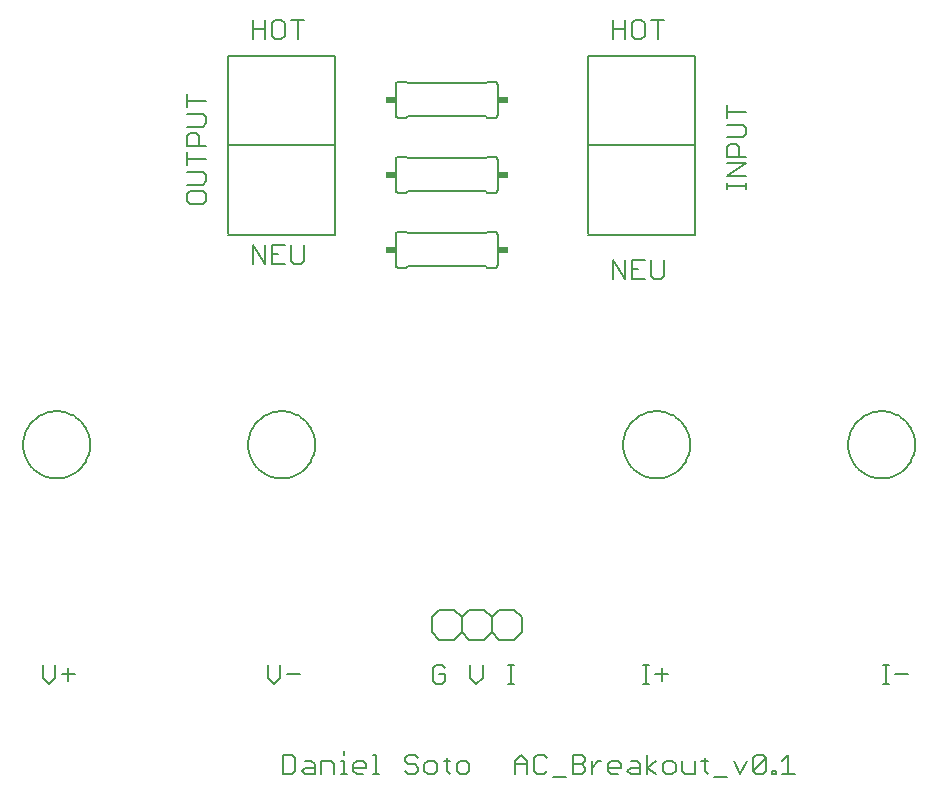
<source format=gto>
G75*
G70*
%OFA0B0*%
%FSLAX24Y24*%
%IPPOS*%
%LPD*%
%AMOC8*
5,1,8,0,0,1.08239X$1,22.5*
%
%ADD10C,0.0060*%
%ADD11C,0.0050*%
%ADD12R,0.0340X0.0240*%
D10*
X003844Y004131D02*
X004058Y004344D01*
X004058Y004771D01*
X004275Y004451D02*
X004702Y004451D01*
X004489Y004665D02*
X004489Y004238D01*
X003844Y004131D02*
X003631Y004344D01*
X003631Y004771D01*
X011131Y004771D02*
X011131Y004344D01*
X011344Y004131D01*
X011558Y004344D01*
X011558Y004771D01*
X011775Y004451D02*
X012202Y004451D01*
X011951Y001771D02*
X011631Y001771D01*
X011631Y001131D01*
X011951Y001131D01*
X012058Y001238D01*
X012058Y001665D01*
X011951Y001771D01*
X012382Y001558D02*
X012596Y001558D01*
X012702Y001451D01*
X012702Y001131D01*
X012382Y001131D01*
X012275Y001238D01*
X012382Y001344D01*
X012702Y001344D01*
X012920Y001131D02*
X012920Y001558D01*
X013240Y001558D01*
X013347Y001451D01*
X013347Y001131D01*
X013564Y001131D02*
X013778Y001131D01*
X013671Y001131D02*
X013671Y001558D01*
X013564Y001558D01*
X013671Y001771D02*
X013671Y001878D01*
X013994Y001451D02*
X014101Y001558D01*
X014314Y001558D01*
X014421Y001451D01*
X014421Y001344D01*
X013994Y001344D01*
X013994Y001238D02*
X013994Y001451D01*
X013994Y001238D02*
X014101Y001131D01*
X014314Y001131D01*
X014639Y001131D02*
X014852Y001131D01*
X014745Y001131D02*
X014745Y001771D01*
X014639Y001771D01*
X015713Y001665D02*
X015713Y001558D01*
X015820Y001451D01*
X016033Y001451D01*
X016140Y001344D01*
X016140Y001238D01*
X016033Y001131D01*
X015820Y001131D01*
X015713Y001238D01*
X015713Y001665D02*
X015820Y001771D01*
X016033Y001771D01*
X016140Y001665D01*
X016357Y001451D02*
X016357Y001238D01*
X016464Y001131D01*
X016678Y001131D01*
X016784Y001238D01*
X016784Y001451D01*
X016678Y001558D01*
X016464Y001558D01*
X016357Y001451D01*
X017002Y001558D02*
X017215Y001558D01*
X017109Y001665D02*
X017109Y001238D01*
X017215Y001131D01*
X017432Y001238D02*
X017432Y001451D01*
X017538Y001558D01*
X017752Y001558D01*
X017859Y001451D01*
X017859Y001238D01*
X017752Y001131D01*
X017538Y001131D01*
X017432Y001238D01*
X019365Y001131D02*
X019365Y001558D01*
X019579Y001771D01*
X019792Y001558D01*
X019792Y001131D01*
X020010Y001238D02*
X020116Y001131D01*
X020330Y001131D01*
X020437Y001238D01*
X020654Y001024D02*
X021081Y001024D01*
X021299Y001131D02*
X021619Y001131D01*
X021726Y001238D01*
X021726Y001344D01*
X021619Y001451D01*
X021299Y001451D01*
X021619Y001451D02*
X021726Y001558D01*
X021726Y001665D01*
X021619Y001771D01*
X021299Y001771D01*
X021299Y001131D01*
X021943Y001131D02*
X021943Y001558D01*
X021943Y001344D02*
X022157Y001558D01*
X022263Y001558D01*
X022480Y001451D02*
X022587Y001558D01*
X022801Y001558D01*
X022907Y001451D01*
X022907Y001344D01*
X022480Y001344D01*
X022480Y001238D02*
X022480Y001451D01*
X022480Y001238D02*
X022587Y001131D01*
X022801Y001131D01*
X023125Y001238D02*
X023232Y001344D01*
X023552Y001344D01*
X023552Y001451D02*
X023552Y001131D01*
X023232Y001131D01*
X023125Y001238D01*
X023232Y001558D02*
X023445Y001558D01*
X023552Y001451D01*
X023769Y001344D02*
X024090Y001558D01*
X024306Y001451D02*
X024306Y001238D01*
X024413Y001131D01*
X024627Y001131D01*
X024733Y001238D01*
X024733Y001451D01*
X024627Y001558D01*
X024413Y001558D01*
X024306Y001451D01*
X024090Y001131D02*
X023769Y001344D01*
X023769Y001131D02*
X023769Y001771D01*
X024951Y001558D02*
X024951Y001238D01*
X025058Y001131D01*
X025378Y001131D01*
X025378Y001558D01*
X025596Y001558D02*
X025809Y001558D01*
X025702Y001665D02*
X025702Y001238D01*
X025809Y001131D01*
X026025Y001024D02*
X026452Y001024D01*
X026883Y001131D02*
X027097Y001558D01*
X027314Y001665D02*
X027314Y001238D01*
X027741Y001665D01*
X027741Y001238D01*
X027634Y001131D01*
X027421Y001131D01*
X027314Y001238D01*
X027314Y001665D02*
X027421Y001771D01*
X027634Y001771D01*
X027741Y001665D01*
X027959Y001238D02*
X028066Y001238D01*
X028066Y001131D01*
X027959Y001131D01*
X027959Y001238D01*
X028281Y001131D02*
X028708Y001131D01*
X028495Y001131D02*
X028495Y001771D01*
X028281Y001558D01*
X026883Y001131D02*
X026670Y001558D01*
X023844Y004131D02*
X023631Y004131D01*
X023738Y004131D02*
X023738Y004771D01*
X023844Y004771D02*
X023631Y004771D01*
X024060Y004451D02*
X024487Y004451D01*
X024274Y004665D02*
X024274Y004238D01*
X020437Y001665D02*
X020330Y001771D01*
X020116Y001771D01*
X020010Y001665D01*
X020010Y001238D01*
X019792Y001451D02*
X019365Y001451D01*
X019344Y004131D02*
X019131Y004131D01*
X019238Y004131D02*
X019238Y004771D01*
X019344Y004771D02*
X019131Y004771D01*
X018308Y004771D02*
X018308Y004344D01*
X018094Y004131D01*
X017881Y004344D01*
X017881Y004771D01*
X017058Y004665D02*
X016951Y004771D01*
X016738Y004771D01*
X016631Y004665D01*
X016631Y004238D01*
X016738Y004131D01*
X016951Y004131D01*
X017058Y004238D01*
X017058Y004451D01*
X016844Y004451D01*
X016851Y005601D02*
X016601Y005851D01*
X016601Y006351D01*
X016851Y006601D01*
X017351Y006601D01*
X017601Y006351D01*
X017851Y006601D01*
X018351Y006601D01*
X018601Y006351D01*
X018851Y006601D01*
X019351Y006601D01*
X019601Y006351D01*
X019601Y005851D01*
X019351Y005601D01*
X018851Y005601D01*
X018601Y005851D01*
X018351Y005601D01*
X017851Y005601D01*
X017601Y005851D01*
X017351Y005601D01*
X016851Y005601D01*
X017601Y005851D02*
X017601Y006351D01*
X018601Y006351D02*
X018601Y005851D01*
X031631Y004771D02*
X031844Y004771D01*
X031738Y004771D02*
X031738Y004131D01*
X031844Y004131D02*
X031631Y004131D01*
X032060Y004451D02*
X032487Y004451D01*
X024240Y017631D02*
X024347Y017738D01*
X024347Y018271D01*
X023920Y018271D02*
X023920Y017738D01*
X024027Y017631D01*
X024240Y017631D01*
X023702Y017631D02*
X023275Y017631D01*
X023275Y018271D01*
X023702Y018271D01*
X023489Y017951D02*
X023275Y017951D01*
X023058Y017631D02*
X023058Y018271D01*
X022631Y018271D02*
X023058Y017631D01*
X022631Y017631D02*
X022631Y018271D01*
X018801Y018101D02*
X018801Y019101D01*
X018799Y019118D01*
X018795Y019135D01*
X018788Y019151D01*
X018778Y019165D01*
X018765Y019178D01*
X018751Y019188D01*
X018735Y019195D01*
X018718Y019199D01*
X018701Y019201D01*
X018451Y019201D01*
X018401Y019151D01*
X015801Y019151D01*
X015751Y019201D01*
X015501Y019201D01*
X015484Y019199D01*
X015467Y019195D01*
X015451Y019188D01*
X015437Y019178D01*
X015424Y019165D01*
X015414Y019151D01*
X015407Y019135D01*
X015403Y019118D01*
X015401Y019101D01*
X015401Y018101D01*
X015403Y018084D01*
X015407Y018067D01*
X015414Y018051D01*
X015424Y018037D01*
X015437Y018024D01*
X015451Y018014D01*
X015467Y018007D01*
X015484Y018003D01*
X015501Y018001D01*
X015751Y018001D01*
X015801Y018051D01*
X018401Y018051D01*
X018451Y018001D01*
X018701Y018001D01*
X018718Y018003D01*
X018735Y018007D01*
X018751Y018014D01*
X018765Y018024D01*
X018778Y018037D01*
X018788Y018051D01*
X018795Y018067D01*
X018799Y018084D01*
X018801Y018101D01*
X018701Y020501D02*
X018451Y020501D01*
X018401Y020551D01*
X015801Y020551D01*
X015751Y020501D01*
X015501Y020501D01*
X015484Y020503D01*
X015467Y020507D01*
X015451Y020514D01*
X015437Y020524D01*
X015424Y020537D01*
X015414Y020551D01*
X015407Y020567D01*
X015403Y020584D01*
X015401Y020601D01*
X015401Y021601D01*
X015403Y021618D01*
X015407Y021635D01*
X015414Y021651D01*
X015424Y021665D01*
X015437Y021678D01*
X015451Y021688D01*
X015467Y021695D01*
X015484Y021699D01*
X015501Y021701D01*
X015751Y021701D01*
X015801Y021651D01*
X018401Y021651D01*
X018451Y021701D01*
X018701Y021701D01*
X018718Y021699D01*
X018735Y021695D01*
X018751Y021688D01*
X018765Y021678D01*
X018778Y021665D01*
X018788Y021651D01*
X018795Y021635D01*
X018799Y021618D01*
X018801Y021601D01*
X018801Y020601D01*
X018799Y020584D01*
X018795Y020567D01*
X018788Y020551D01*
X018778Y020537D01*
X018765Y020524D01*
X018751Y020514D01*
X018735Y020507D01*
X018718Y020503D01*
X018701Y020501D01*
X018701Y023001D02*
X018451Y023001D01*
X018401Y023051D01*
X015801Y023051D01*
X015751Y023001D01*
X015501Y023001D01*
X015484Y023003D01*
X015467Y023007D01*
X015451Y023014D01*
X015437Y023024D01*
X015424Y023037D01*
X015414Y023051D01*
X015407Y023067D01*
X015403Y023084D01*
X015401Y023101D01*
X015401Y024101D01*
X015403Y024118D01*
X015407Y024135D01*
X015414Y024151D01*
X015424Y024165D01*
X015437Y024178D01*
X015451Y024188D01*
X015467Y024195D01*
X015484Y024199D01*
X015501Y024201D01*
X015751Y024201D01*
X015801Y024151D01*
X018401Y024151D01*
X018451Y024201D01*
X018701Y024201D01*
X018718Y024199D01*
X018735Y024195D01*
X018751Y024188D01*
X018765Y024178D01*
X018778Y024165D01*
X018788Y024151D01*
X018795Y024135D01*
X018799Y024118D01*
X018801Y024101D01*
X018801Y023101D01*
X018799Y023084D01*
X018795Y023067D01*
X018788Y023051D01*
X018778Y023037D01*
X018765Y023024D01*
X018751Y023014D01*
X018735Y023007D01*
X018718Y023003D01*
X018701Y023001D01*
X022631Y025631D02*
X022631Y026271D01*
X023058Y026271D02*
X023058Y025631D01*
X023275Y025738D02*
X023382Y025631D01*
X023596Y025631D01*
X023702Y025738D01*
X023702Y026165D01*
X023596Y026271D01*
X023382Y026271D01*
X023275Y026165D01*
X023275Y025738D01*
X023058Y025951D02*
X022631Y025951D01*
X023920Y026271D02*
X024347Y026271D01*
X024133Y026271D02*
X024133Y025631D01*
X026430Y023421D02*
X026430Y022994D01*
X026430Y023208D02*
X027071Y023208D01*
X026964Y022777D02*
X026430Y022777D01*
X026430Y022350D02*
X026964Y022350D01*
X027071Y022456D01*
X027071Y022670D01*
X026964Y022777D01*
X026751Y022132D02*
X026857Y022025D01*
X026857Y021705D01*
X027071Y021705D02*
X026430Y021705D01*
X026430Y022025D01*
X026537Y022132D01*
X026751Y022132D01*
X027071Y021487D02*
X026430Y021487D01*
X026430Y021060D02*
X027071Y021487D01*
X027071Y021060D02*
X026430Y021060D01*
X026430Y020844D02*
X026430Y020631D01*
X026430Y020738D02*
X027071Y020738D01*
X027071Y020844D02*
X027071Y020631D01*
X012347Y018771D02*
X012347Y018238D01*
X012240Y018131D01*
X012027Y018131D01*
X011920Y018238D01*
X011920Y018771D01*
X011702Y018771D02*
X011275Y018771D01*
X011275Y018131D01*
X011702Y018131D01*
X011489Y018451D02*
X011275Y018451D01*
X011058Y018131D02*
X011058Y018771D01*
X010631Y018771D02*
X011058Y018131D01*
X010631Y018131D02*
X010631Y018771D01*
X009071Y020238D02*
X009071Y020451D01*
X008964Y020558D01*
X008537Y020558D01*
X008430Y020451D01*
X008430Y020238D01*
X008537Y020131D01*
X008964Y020131D01*
X009071Y020238D01*
X008964Y020775D02*
X008430Y020775D01*
X008430Y021202D02*
X008964Y021202D01*
X009071Y021096D01*
X009071Y020882D01*
X008964Y020775D01*
X008430Y021420D02*
X008430Y021847D01*
X008430Y021633D02*
X009071Y021633D01*
X009071Y022064D02*
X008430Y022064D01*
X008430Y022385D01*
X008537Y022491D01*
X008751Y022491D01*
X008857Y022385D01*
X008857Y022064D01*
X008964Y022709D02*
X008430Y022709D01*
X008430Y023136D02*
X008964Y023136D01*
X009071Y023029D01*
X009071Y022816D01*
X008964Y022709D01*
X008430Y023353D02*
X008430Y023780D01*
X008430Y023567D02*
X009071Y023567D01*
X010631Y025631D02*
X010631Y026271D01*
X011058Y026271D02*
X011058Y025631D01*
X011275Y025738D02*
X011382Y025631D01*
X011596Y025631D01*
X011702Y025738D01*
X011702Y026165D01*
X011596Y026271D01*
X011382Y026271D01*
X011275Y026165D01*
X011275Y025738D01*
X011058Y025951D02*
X010631Y025951D01*
X011920Y026271D02*
X012347Y026271D01*
X012133Y026271D02*
X012133Y025631D01*
D11*
X013372Y025054D02*
X013372Y022101D01*
X009829Y022101D01*
X009829Y025054D01*
X013372Y025054D01*
X013372Y022101D02*
X013372Y019109D01*
X009829Y019109D01*
X009829Y019148D02*
X009829Y022101D01*
X021829Y022101D02*
X021829Y019148D01*
X021829Y019109D02*
X025372Y019109D01*
X025372Y022101D01*
X021829Y022101D01*
X021829Y025054D01*
X025372Y025054D01*
X025372Y022101D01*
X022983Y012101D02*
X022985Y012167D01*
X022991Y012233D01*
X023001Y012299D01*
X023014Y012364D01*
X023032Y012428D01*
X023053Y012490D01*
X023078Y012552D01*
X023106Y012612D01*
X023138Y012670D01*
X023174Y012726D01*
X023212Y012779D01*
X023254Y012831D01*
X023299Y012880D01*
X023346Y012926D01*
X023397Y012969D01*
X023449Y013009D01*
X023504Y013046D01*
X023561Y013080D01*
X023620Y013110D01*
X023681Y013137D01*
X023743Y013160D01*
X023806Y013179D01*
X023871Y013195D01*
X023936Y013207D01*
X024002Y013215D01*
X024068Y013219D01*
X024134Y013219D01*
X024200Y013215D01*
X024266Y013207D01*
X024331Y013195D01*
X024396Y013179D01*
X024459Y013160D01*
X024521Y013137D01*
X024582Y013110D01*
X024641Y013080D01*
X024698Y013046D01*
X024753Y013009D01*
X024805Y012969D01*
X024856Y012926D01*
X024903Y012880D01*
X024948Y012831D01*
X024990Y012779D01*
X025028Y012726D01*
X025064Y012670D01*
X025096Y012612D01*
X025124Y012552D01*
X025149Y012490D01*
X025170Y012428D01*
X025188Y012364D01*
X025201Y012299D01*
X025211Y012233D01*
X025217Y012167D01*
X025219Y012101D01*
X025217Y012035D01*
X025211Y011969D01*
X025201Y011903D01*
X025188Y011838D01*
X025170Y011774D01*
X025149Y011712D01*
X025124Y011650D01*
X025096Y011590D01*
X025064Y011532D01*
X025028Y011476D01*
X024990Y011423D01*
X024948Y011371D01*
X024903Y011322D01*
X024856Y011276D01*
X024805Y011233D01*
X024753Y011193D01*
X024698Y011156D01*
X024641Y011122D01*
X024582Y011092D01*
X024521Y011065D01*
X024459Y011042D01*
X024396Y011023D01*
X024331Y011007D01*
X024266Y010995D01*
X024200Y010987D01*
X024134Y010983D01*
X024068Y010983D01*
X024002Y010987D01*
X023936Y010995D01*
X023871Y011007D01*
X023806Y011023D01*
X023743Y011042D01*
X023681Y011065D01*
X023620Y011092D01*
X023561Y011122D01*
X023504Y011156D01*
X023449Y011193D01*
X023397Y011233D01*
X023346Y011276D01*
X023299Y011322D01*
X023254Y011371D01*
X023212Y011423D01*
X023174Y011476D01*
X023138Y011532D01*
X023106Y011590D01*
X023078Y011650D01*
X023053Y011712D01*
X023032Y011774D01*
X023014Y011838D01*
X023001Y011903D01*
X022991Y011969D01*
X022985Y012035D01*
X022983Y012101D01*
X030483Y012101D02*
X030485Y012167D01*
X030491Y012233D01*
X030501Y012299D01*
X030514Y012364D01*
X030532Y012428D01*
X030553Y012490D01*
X030578Y012552D01*
X030606Y012612D01*
X030638Y012670D01*
X030674Y012726D01*
X030712Y012779D01*
X030754Y012831D01*
X030799Y012880D01*
X030846Y012926D01*
X030897Y012969D01*
X030949Y013009D01*
X031004Y013046D01*
X031061Y013080D01*
X031120Y013110D01*
X031181Y013137D01*
X031243Y013160D01*
X031306Y013179D01*
X031371Y013195D01*
X031436Y013207D01*
X031502Y013215D01*
X031568Y013219D01*
X031634Y013219D01*
X031700Y013215D01*
X031766Y013207D01*
X031831Y013195D01*
X031896Y013179D01*
X031959Y013160D01*
X032021Y013137D01*
X032082Y013110D01*
X032141Y013080D01*
X032198Y013046D01*
X032253Y013009D01*
X032305Y012969D01*
X032356Y012926D01*
X032403Y012880D01*
X032448Y012831D01*
X032490Y012779D01*
X032528Y012726D01*
X032564Y012670D01*
X032596Y012612D01*
X032624Y012552D01*
X032649Y012490D01*
X032670Y012428D01*
X032688Y012364D01*
X032701Y012299D01*
X032711Y012233D01*
X032717Y012167D01*
X032719Y012101D01*
X032717Y012035D01*
X032711Y011969D01*
X032701Y011903D01*
X032688Y011838D01*
X032670Y011774D01*
X032649Y011712D01*
X032624Y011650D01*
X032596Y011590D01*
X032564Y011532D01*
X032528Y011476D01*
X032490Y011423D01*
X032448Y011371D01*
X032403Y011322D01*
X032356Y011276D01*
X032305Y011233D01*
X032253Y011193D01*
X032198Y011156D01*
X032141Y011122D01*
X032082Y011092D01*
X032021Y011065D01*
X031959Y011042D01*
X031896Y011023D01*
X031831Y011007D01*
X031766Y010995D01*
X031700Y010987D01*
X031634Y010983D01*
X031568Y010983D01*
X031502Y010987D01*
X031436Y010995D01*
X031371Y011007D01*
X031306Y011023D01*
X031243Y011042D01*
X031181Y011065D01*
X031120Y011092D01*
X031061Y011122D01*
X031004Y011156D01*
X030949Y011193D01*
X030897Y011233D01*
X030846Y011276D01*
X030799Y011322D01*
X030754Y011371D01*
X030712Y011423D01*
X030674Y011476D01*
X030638Y011532D01*
X030606Y011590D01*
X030578Y011650D01*
X030553Y011712D01*
X030532Y011774D01*
X030514Y011838D01*
X030501Y011903D01*
X030491Y011969D01*
X030485Y012035D01*
X030483Y012101D01*
X010483Y012101D02*
X010485Y012167D01*
X010491Y012233D01*
X010501Y012299D01*
X010514Y012364D01*
X010532Y012428D01*
X010553Y012490D01*
X010578Y012552D01*
X010606Y012612D01*
X010638Y012670D01*
X010674Y012726D01*
X010712Y012779D01*
X010754Y012831D01*
X010799Y012880D01*
X010846Y012926D01*
X010897Y012969D01*
X010949Y013009D01*
X011004Y013046D01*
X011061Y013080D01*
X011120Y013110D01*
X011181Y013137D01*
X011243Y013160D01*
X011306Y013179D01*
X011371Y013195D01*
X011436Y013207D01*
X011502Y013215D01*
X011568Y013219D01*
X011634Y013219D01*
X011700Y013215D01*
X011766Y013207D01*
X011831Y013195D01*
X011896Y013179D01*
X011959Y013160D01*
X012021Y013137D01*
X012082Y013110D01*
X012141Y013080D01*
X012198Y013046D01*
X012253Y013009D01*
X012305Y012969D01*
X012356Y012926D01*
X012403Y012880D01*
X012448Y012831D01*
X012490Y012779D01*
X012528Y012726D01*
X012564Y012670D01*
X012596Y012612D01*
X012624Y012552D01*
X012649Y012490D01*
X012670Y012428D01*
X012688Y012364D01*
X012701Y012299D01*
X012711Y012233D01*
X012717Y012167D01*
X012719Y012101D01*
X012717Y012035D01*
X012711Y011969D01*
X012701Y011903D01*
X012688Y011838D01*
X012670Y011774D01*
X012649Y011712D01*
X012624Y011650D01*
X012596Y011590D01*
X012564Y011532D01*
X012528Y011476D01*
X012490Y011423D01*
X012448Y011371D01*
X012403Y011322D01*
X012356Y011276D01*
X012305Y011233D01*
X012253Y011193D01*
X012198Y011156D01*
X012141Y011122D01*
X012082Y011092D01*
X012021Y011065D01*
X011959Y011042D01*
X011896Y011023D01*
X011831Y011007D01*
X011766Y010995D01*
X011700Y010987D01*
X011634Y010983D01*
X011568Y010983D01*
X011502Y010987D01*
X011436Y010995D01*
X011371Y011007D01*
X011306Y011023D01*
X011243Y011042D01*
X011181Y011065D01*
X011120Y011092D01*
X011061Y011122D01*
X011004Y011156D01*
X010949Y011193D01*
X010897Y011233D01*
X010846Y011276D01*
X010799Y011322D01*
X010754Y011371D01*
X010712Y011423D01*
X010674Y011476D01*
X010638Y011532D01*
X010606Y011590D01*
X010578Y011650D01*
X010553Y011712D01*
X010532Y011774D01*
X010514Y011838D01*
X010501Y011903D01*
X010491Y011969D01*
X010485Y012035D01*
X010483Y012101D01*
X002983Y012101D02*
X002985Y012167D01*
X002991Y012233D01*
X003001Y012299D01*
X003014Y012364D01*
X003032Y012428D01*
X003053Y012490D01*
X003078Y012552D01*
X003106Y012612D01*
X003138Y012670D01*
X003174Y012726D01*
X003212Y012779D01*
X003254Y012831D01*
X003299Y012880D01*
X003346Y012926D01*
X003397Y012969D01*
X003449Y013009D01*
X003504Y013046D01*
X003561Y013080D01*
X003620Y013110D01*
X003681Y013137D01*
X003743Y013160D01*
X003806Y013179D01*
X003871Y013195D01*
X003936Y013207D01*
X004002Y013215D01*
X004068Y013219D01*
X004134Y013219D01*
X004200Y013215D01*
X004266Y013207D01*
X004331Y013195D01*
X004396Y013179D01*
X004459Y013160D01*
X004521Y013137D01*
X004582Y013110D01*
X004641Y013080D01*
X004698Y013046D01*
X004753Y013009D01*
X004805Y012969D01*
X004856Y012926D01*
X004903Y012880D01*
X004948Y012831D01*
X004990Y012779D01*
X005028Y012726D01*
X005064Y012670D01*
X005096Y012612D01*
X005124Y012552D01*
X005149Y012490D01*
X005170Y012428D01*
X005188Y012364D01*
X005201Y012299D01*
X005211Y012233D01*
X005217Y012167D01*
X005219Y012101D01*
X005217Y012035D01*
X005211Y011969D01*
X005201Y011903D01*
X005188Y011838D01*
X005170Y011774D01*
X005149Y011712D01*
X005124Y011650D01*
X005096Y011590D01*
X005064Y011532D01*
X005028Y011476D01*
X004990Y011423D01*
X004948Y011371D01*
X004903Y011322D01*
X004856Y011276D01*
X004805Y011233D01*
X004753Y011193D01*
X004698Y011156D01*
X004641Y011122D01*
X004582Y011092D01*
X004521Y011065D01*
X004459Y011042D01*
X004396Y011023D01*
X004331Y011007D01*
X004266Y010995D01*
X004200Y010987D01*
X004134Y010983D01*
X004068Y010983D01*
X004002Y010987D01*
X003936Y010995D01*
X003871Y011007D01*
X003806Y011023D01*
X003743Y011042D01*
X003681Y011065D01*
X003620Y011092D01*
X003561Y011122D01*
X003504Y011156D01*
X003449Y011193D01*
X003397Y011233D01*
X003346Y011276D01*
X003299Y011322D01*
X003254Y011371D01*
X003212Y011423D01*
X003174Y011476D01*
X003138Y011532D01*
X003106Y011590D01*
X003078Y011650D01*
X003053Y011712D01*
X003032Y011774D01*
X003014Y011838D01*
X003001Y011903D01*
X002991Y011969D01*
X002985Y012035D01*
X002983Y012101D01*
D12*
X015231Y018601D03*
X015231Y021101D03*
X015231Y023601D03*
X018971Y023601D03*
X018971Y021101D03*
X018971Y018601D03*
M02*

</source>
